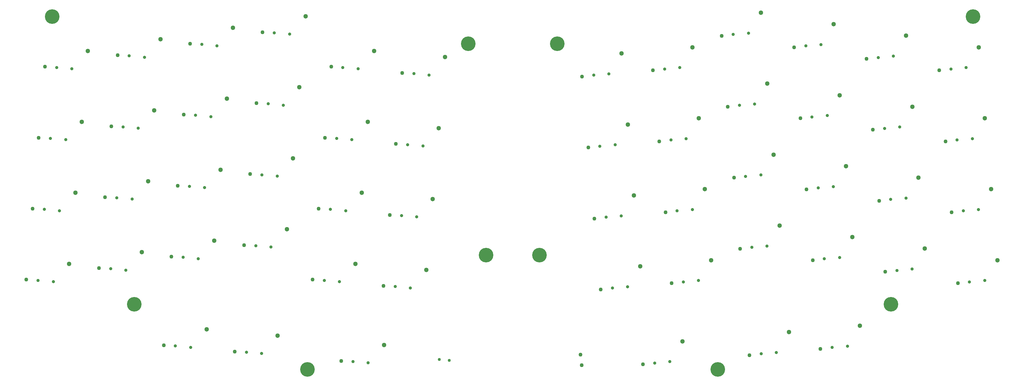
<source format=gbr>
%TF.GenerationSoftware,KiCad,Pcbnew,9.0.2*%
%TF.CreationDate,2025-06-04T11:45:29-06:00*%
%TF.ProjectId,chasm-v4,63686173-6d2d-4763-942e-6b696361645f,v1.0.0*%
%TF.SameCoordinates,Original*%
%TF.FileFunction,Soldermask,Bot*%
%TF.FilePolarity,Negative*%
%FSLAX46Y46*%
G04 Gerber Fmt 4.6, Leading zero omitted, Abs format (unit mm)*
G04 Created by KiCad (PCBNEW 9.0.2) date 2025-06-04 11:45:29*
%MOMM*%
%LPD*%
G01*
G04 APERTURE LIST*
%ADD10C,0.900000*%
%ADD11C,1.300000*%
%ADD12C,1.100000*%
%ADD13C,0.850000*%
%ADD14C,4.100000*%
G04 APERTURE END LIST*
D10*
%TO.C,S1*%
X101537283Y-102794617D03*
X97278551Y-102422027D03*
D11*
X106017608Y-97765968D03*
D12*
X93982392Y-102234032D03*
%TD*%
D10*
%TO.C,S2*%
X103280398Y-82870723D03*
X99021666Y-82498133D03*
D11*
X107760723Y-77842074D03*
D12*
X95725507Y-82310138D03*
%TD*%
D10*
%TO.C,S3*%
X105023513Y-62946829D03*
X100764781Y-62574239D03*
D11*
X109503838Y-57918180D03*
D12*
X97468622Y-62386244D03*
%TD*%
D10*
%TO.C,S4*%
X106766628Y-43022935D03*
X102507896Y-42650345D03*
D11*
X111246953Y-37994286D03*
D12*
X99211737Y-42462350D03*
%TD*%
D10*
%TO.C,S5*%
X121896956Y-99556758D03*
X117638224Y-99184168D03*
D11*
X126377281Y-94528109D03*
D12*
X114342065Y-98996173D03*
%TD*%
D10*
%TO.C,S6*%
X123640071Y-79632864D03*
X119381339Y-79260274D03*
D11*
X128120396Y-74604215D03*
D12*
X116085180Y-79072279D03*
%TD*%
D10*
%TO.C,S7*%
X125383186Y-59708970D03*
X121124454Y-59336380D03*
D11*
X129863511Y-54680321D03*
D12*
X117828295Y-59148385D03*
%TD*%
D10*
%TO.C,S8*%
X127126300Y-39785076D03*
X122867568Y-39412486D03*
D11*
X131606625Y-34756427D03*
D12*
X119571409Y-39224491D03*
%TD*%
D10*
%TO.C,S9*%
X142256628Y-96318900D03*
X137997896Y-95946310D03*
D11*
X146736953Y-91290251D03*
D12*
X134701737Y-95758315D03*
%TD*%
D10*
%TO.C,S10*%
X143999743Y-76395006D03*
X139741011Y-76022416D03*
D11*
X148480068Y-71366357D03*
D12*
X136444852Y-75834421D03*
%TD*%
D10*
%TO.C,S11*%
X145742858Y-56471112D03*
X141484126Y-56098522D03*
D11*
X150223183Y-51442463D03*
D12*
X138187967Y-55910527D03*
%TD*%
D10*
%TO.C,S12*%
X147485973Y-36547218D03*
X143227241Y-36174628D03*
D11*
X151966298Y-31518569D03*
D12*
X139931082Y-35986633D03*
%TD*%
D10*
%TO.C,S13*%
X162616301Y-93081041D03*
X158357569Y-92708451D03*
D11*
X167096626Y-88052392D03*
D12*
X155061410Y-92520456D03*
%TD*%
D10*
%TO.C,S14*%
X164359416Y-73157147D03*
X160100684Y-72784557D03*
D11*
X168839741Y-68128498D03*
D12*
X156804525Y-72596562D03*
%TD*%
D10*
%TO.C,S15*%
X166102531Y-53233253D03*
X161843799Y-52860663D03*
D11*
X170582856Y-48204604D03*
D12*
X158547640Y-52672668D03*
%TD*%
D10*
%TO.C,S16*%
X167845646Y-33309359D03*
X163586914Y-32936769D03*
D11*
X172325971Y-28280710D03*
D12*
X160290755Y-32748774D03*
%TD*%
D10*
%TO.C,S17*%
X181842949Y-102793714D03*
X177584217Y-102421124D03*
D11*
X186323274Y-97765065D03*
D12*
X174288058Y-102233129D03*
%TD*%
D10*
%TO.C,S18*%
X183586064Y-82869819D03*
X179327332Y-82497229D03*
D11*
X188066389Y-77841170D03*
D12*
X176031173Y-82309234D03*
%TD*%
D10*
%TO.C,S19*%
X185329179Y-62945925D03*
X181070447Y-62573335D03*
D11*
X189809504Y-57917276D03*
D12*
X177774288Y-62385340D03*
%TD*%
D10*
%TO.C,S20*%
X187072294Y-43022031D03*
X182813562Y-42649441D03*
D11*
X191552619Y-37993382D03*
D12*
X179517403Y-42461446D03*
%TD*%
D10*
%TO.C,S21*%
X201766843Y-104536828D03*
X197508111Y-104164238D03*
D11*
X206247168Y-99508179D03*
D12*
X194211952Y-103976243D03*
%TD*%
D10*
%TO.C,S22*%
X203509958Y-84612934D03*
X199251226Y-84240344D03*
D11*
X207990283Y-79584285D03*
D12*
X195955067Y-84052349D03*
%TD*%
D10*
%TO.C,S23*%
X205253073Y-64689040D03*
X200994341Y-64316450D03*
D11*
X209733398Y-59660391D03*
D12*
X197698182Y-64128455D03*
%TD*%
D10*
%TO.C,S24*%
X206996188Y-44765146D03*
X202737456Y-44392556D03*
D11*
X211476513Y-39736497D03*
D12*
X199441297Y-44204561D03*
%TD*%
D10*
%TO.C,S25*%
X140077735Y-121223767D03*
X135819003Y-120851177D03*
D11*
X144558060Y-116195118D03*
D12*
X132522844Y-120663182D03*
%TD*%
D10*
%TO.C,S26*%
X160001629Y-122966882D03*
X155742897Y-122594292D03*
D11*
X164481954Y-117938233D03*
D12*
X152446738Y-122406297D03*
%TD*%
D10*
%TO.C,S27*%
X189887470Y-125581554D03*
X185628738Y-125208964D03*
D11*
X194367795Y-120552905D03*
D12*
X182332579Y-125020969D03*
%TD*%
D10*
%TO.C,S28*%
X362917017Y-102485215D03*
X358658285Y-102857805D03*
D11*
X366456060Y-96754961D03*
D12*
X355379558Y-103245039D03*
%TD*%
D10*
%TO.C,S29*%
X361173903Y-82561321D03*
X356915171Y-82933911D03*
D11*
X364712946Y-76831067D03*
D12*
X353636444Y-83321145D03*
%TD*%
D10*
%TO.C,S30*%
X359430788Y-62637427D03*
X355172056Y-63010017D03*
D11*
X362969831Y-56907173D03*
D12*
X351893329Y-63397251D03*
%TD*%
D10*
%TO.C,S31*%
X357687673Y-42713533D03*
X353428941Y-43086123D03*
D11*
X361226716Y-36983279D03*
D12*
X350150214Y-43473357D03*
%TD*%
D10*
%TO.C,S32*%
X342557345Y-99247356D03*
X338298613Y-99619946D03*
D11*
X346096388Y-93517102D03*
D12*
X335019886Y-100007180D03*
%TD*%
D10*
%TO.C,S33*%
X340814230Y-79323462D03*
X336555498Y-79696052D03*
D11*
X344353273Y-73593208D03*
D12*
X333276771Y-80083286D03*
%TD*%
D10*
%TO.C,S34*%
X339071115Y-59399568D03*
X334812383Y-59772158D03*
D11*
X342610158Y-53669314D03*
D12*
X331533656Y-60159392D03*
%TD*%
D10*
%TO.C,S35*%
X337328000Y-39475674D03*
X333069268Y-39848264D03*
D11*
X340867043Y-33745420D03*
D12*
X329790541Y-40235498D03*
%TD*%
D10*
%TO.C,S36*%
X322197672Y-96009498D03*
X317938940Y-96382088D03*
D11*
X325736715Y-90279244D03*
D12*
X314660213Y-96769322D03*
%TD*%
D10*
%TO.C,S37*%
X320454557Y-76085604D03*
X316195825Y-76458194D03*
D11*
X323993600Y-70355350D03*
D12*
X312917098Y-76845428D03*
%TD*%
D10*
%TO.C,S38*%
X318711442Y-56161710D03*
X314452710Y-56534300D03*
D11*
X322250485Y-50431456D03*
D12*
X311173983Y-56921534D03*
%TD*%
D10*
%TO.C,S39*%
X316968327Y-36237816D03*
X312709595Y-36610406D03*
D11*
X320507370Y-30507562D03*
D12*
X309430868Y-36997640D03*
%TD*%
D10*
%TO.C,S40*%
X301837999Y-92771639D03*
X297579267Y-93144229D03*
D11*
X305377042Y-87041385D03*
D12*
X294300540Y-93531463D03*
%TD*%
D10*
%TO.C,S41*%
X300094884Y-72847745D03*
X295836152Y-73220335D03*
D11*
X303633927Y-67117491D03*
D12*
X292557425Y-73607569D03*
%TD*%
D10*
%TO.C,S42*%
X298351770Y-52923851D03*
X294093038Y-53296441D03*
D11*
X301890813Y-47193597D03*
D12*
X290814311Y-53683675D03*
%TD*%
D10*
%TO.C,S43*%
X296608655Y-32999957D03*
X292349923Y-33372547D03*
D11*
X300147698Y-27269703D03*
D12*
X289071196Y-33759781D03*
%TD*%
D10*
%TO.C,S44*%
X282611351Y-102484312D03*
X278352619Y-102856902D03*
D11*
X286150394Y-96754058D03*
D12*
X275073892Y-103244136D03*
%TD*%
D10*
%TO.C,S45*%
X280868236Y-82560417D03*
X276609504Y-82933007D03*
D11*
X284407279Y-76830163D03*
D12*
X273330777Y-83320241D03*
%TD*%
D10*
%TO.C,S46*%
X279125122Y-62636523D03*
X274866390Y-63009113D03*
D11*
X282664165Y-56906269D03*
D12*
X271587663Y-63396347D03*
%TD*%
D10*
%TO.C,S47*%
X277382007Y-42712629D03*
X273123275Y-43085219D03*
D11*
X280921050Y-36982375D03*
D12*
X269844548Y-43472453D03*
%TD*%
D10*
%TO.C,S48*%
X262687457Y-104227426D03*
X258428725Y-104600016D03*
D11*
X266226500Y-98497172D03*
D12*
X255149998Y-104987250D03*
%TD*%
D10*
%TO.C,S49*%
X260944343Y-84303532D03*
X256685611Y-84676122D03*
D11*
X264483386Y-78573278D03*
D12*
X253406884Y-85063356D03*
%TD*%
D10*
%TO.C,S50*%
X259201228Y-64379638D03*
X254942496Y-64752228D03*
D11*
X262740271Y-58649384D03*
D12*
X251663769Y-65139462D03*
%TD*%
D10*
%TO.C,S51*%
X257458113Y-44455744D03*
X253199381Y-44828334D03*
D11*
X260997156Y-38725490D03*
D12*
X249920654Y-45215568D03*
%TD*%
D10*
%TO.C,S52*%
X324376566Y-120914365D03*
X320117834Y-121286955D03*
D11*
X327915609Y-115184111D03*
D12*
X316839107Y-121674189D03*
%TD*%
D10*
%TO.C,S53*%
X304452672Y-122657480D03*
X300193940Y-123030070D03*
D11*
X307991715Y-116927226D03*
D12*
X296915213Y-123417304D03*
%TD*%
D10*
%TO.C,S54*%
X274566831Y-125272152D03*
X270308099Y-125644742D03*
D11*
X278105874Y-119541898D03*
D12*
X267029372Y-126031976D03*
%TD*%
D13*
%TO.C,B1*%
X209892897Y-124671680D03*
X212632433Y-124911358D03*
%TD*%
D12*
%TO.C,T1*%
X249785879Y-126285811D03*
X249524411Y-123297227D03*
%TD*%
D14*
%TO.C,*%
X222958905Y-95318317D03*
%TD*%
%TO.C,*%
X237958905Y-95318317D03*
%TD*%
%TO.C,*%
X217958905Y-36000000D03*
%TD*%
%TO.C,*%
X124294777Y-109152257D03*
%TD*%
%TO.C,*%
X336623032Y-109152257D03*
%TD*%
%TO.C,*%
X101250662Y-28336300D03*
%TD*%
%TO.C,*%
X359667147Y-28336300D03*
%TD*%
%TO.C,*%
X172884332Y-127456769D03*
%TD*%
%TO.C,*%
X288033478Y-127456769D03*
%TD*%
%TO.C,*%
X242958905Y-36000000D03*
%TD*%
M02*

</source>
